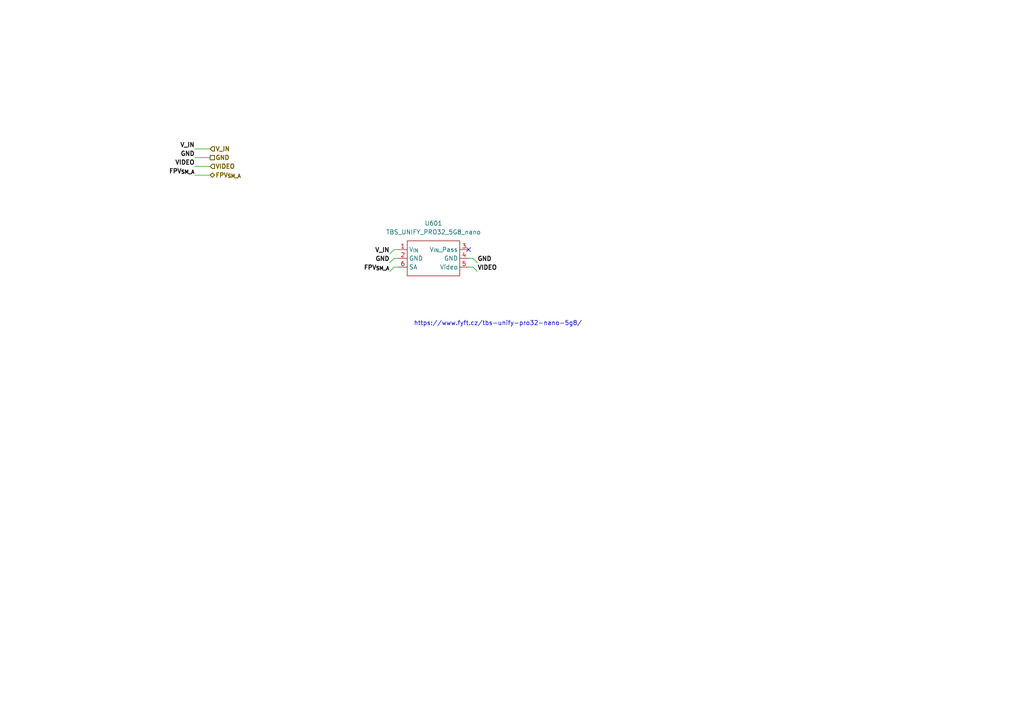
<source format=kicad_sch>
(kicad_sch (version 20211123) (generator eeschema)
  (paper "A4")
  (title_block (title "Power Unit - CanSat 2023") (date "2023-01-19") (rev "2022") (company "Project SkyFall") (comment 1 "David Haisman"))
  (lib_symbols
    (symbol "1Knihovna:TBS_UNIFY_PRO32_5G8_nano"
      (property "Reference" "U" (at 0 7.62 0))
      (property "Value" "TBS_UNIFY_PRO32_5G8_nano" (at 0 8.89 0))
      (symbol "TBS_UNIFY_PRO32_5G8_nano_0_1"
        (rectangle (start -7.62 5.08) (end 7.62 -5.08))
      )
      (symbol "TBS_UNIFY_PRO32_5G8_nano_1_1"
        (pin power_in line (at -10.16 2.54 0) (length 2.54) (name "V_{IN}") (number "1"))
        (pin passive line (at -10.16 0 0) (length 2.54) (name "GND") (number "2"))
        (pin power_out line (at 10.16 2.54 180) (length 2.54) (name "V_{IN}_Pass") (number "3"))
        (pin passive line (at 10.16 0 180) (length 2.54) (name "GND") (number "4"))
        (pin input line (at 10.16 -2.54 180) (length 2.54) (name "Video") (number "5"))
        (pin bidirectional line (at -10.16 -2.54 0) (length 2.54) (name "SA") (number "6"))
      )
    )
  )
  (no_connect (at 135.89 72.39))
  (wire (pts (xy 138.43 78.74) (xy 137.16 77.47)))
  (wire (pts (xy 60.96 45.72) (xy 56.515 45.72)))
  (wire (pts (xy 137.16 77.47) (xy 135.89 77.47)))
  (wire (pts (xy 135.89 74.93) (xy 137.16 74.93)))
  (wire (pts (xy 56.515 50.8) (xy 60.96 50.8)))
  (wire (pts (xy 138.43 76.2) (xy 137.16 74.93)))
  (wire (pts (xy 113.03 76.2) (xy 114.3 74.93)))
  (wire (pts (xy 113.03 78.74) (xy 114.3 77.47)))
  (wire (pts (xy 56.515 48.26) (xy 60.96 48.26)))
  (wire (pts (xy 114.3 77.47) (xy 115.57 77.47)))
  (wire (pts (xy 56.515 43.18) (xy 60.96 43.18)))
  (wire (pts (xy 114.3 72.39) (xy 115.57 72.39)))
  (wire (pts (xy 113.03 73.66) (xy 114.3 72.39)))
  (wire (pts (xy 114.3 74.93) (xy 115.57 74.93)))
  (text "https://www.fyft.cz/tbs-unify-pro32-nano-5g8/" (at 120.015 94.615 0) (effects (font (size 1.27 1.27)) (justify left bottom)))
  (label "FPV_{SM_A}" (at 56.515 50.8 180) (effects (font (thickness 0.254) bold)))
  (label "V_IN" (at 113.03 73.66 180) (effects (font bold)))
  (label "GND" (at 113.03 76.2 180) (effects (font bold)))
  (label "VIDEO" (at 138.43 78.74 0) (effects (font bold)))
  (label "V_IN" (at 56.515 43.18 180) (effects (font bold)))
  (label "GND" (at 56.515 45.72 180) (effects (font bold)))
  (label "VIDEO" (at 56.515 48.26 180) (effects (font bold)))
  (label "FPV_{SM_A}" (at 113.03 78.74 180) (effects (font (thickness 0.254) bold)))
  (label "GND" (at 138.43 76.2 0) (effects (font bold)))
  (hierarchical_label "FPV_{SM_A}" (shape bidirectional) (at 60.96 50.8 0) (effects (font (thickness 0.254) bold)))
  (hierarchical_label "GND" (shape passive) (at 60.96 45.72 0) (effects (font bold)))
  (hierarchical_label "VIDEO" (shape input) (at 60.96 48.26 0) (effects (font bold)))
  (hierarchical_label "V_IN" (shape input) (at 60.96 43.18 0) (effects (font (thickness 0.254) bold)))
  (symbol (lib_id "1Knihovna:TBS_UNIFY_PRO32_5G8_nano") (at 125.73 74.93 0) (unit 1)
    (property "Reference" "U601" (at 125.73 64.77 0))
    (property "Value" "TBS_UNIFY_PRO32_5G8_nano" (at 125.73 67.31 0))
    (property "Footprint" "1Knihovna:TBS UNIFY PRO32 5G8 nano" (effects hide))
  )
)
</source>
